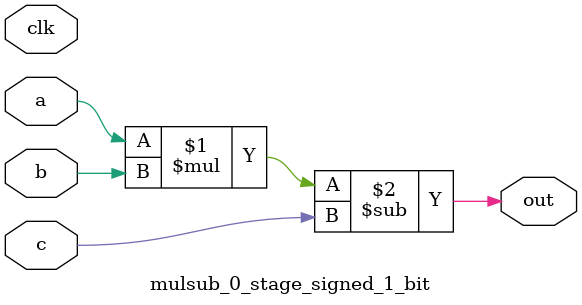
<source format=sv>
(* use_dsp = "yes" *) module mulsub_0_stage_signed_1_bit(
	input signed [0:0] a,
	input signed [0:0] b,
	input signed [0:0] c,
	output [0:0] out,
	input clk);

	assign out = (a * b) - c;
endmodule

</source>
